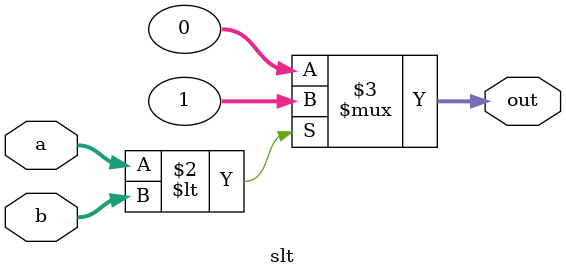
<source format=v>
module slt(a,b,out);
input [31:0]a,b;
output reg [31:0] out;
always @*
out= a<b ? 1:0 ;
endmodule

</source>
